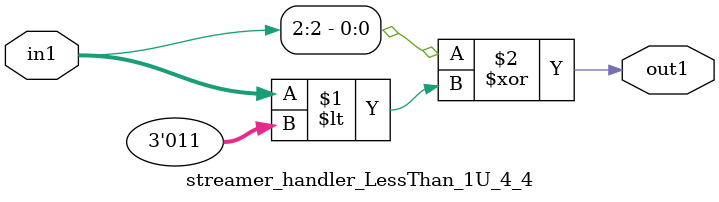
<source format=v>

`timescale 1ps / 1ps


module streamer_handler_LessThan_1U_4_4( in1, out1 );

    input [2:0] in1;
    output out1;

    
    // rtl_process:streamer_handler_LessThan_1U_4_4/streamer_handler_LessThan_1U_4_4_thread_1
    assign out1 = (in1[2] ^ in1 < 3'd3);

endmodule



</source>
